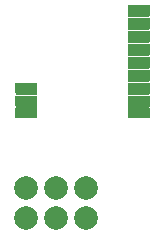
<source format=gbs>
G04 #@! TF.GenerationSoftware,KiCad,Pcbnew,6.0.5-a6ca702e91~116~ubuntu20.04.1*
G04 #@! TF.CreationDate,2022-05-08T17:52:19+03:00*
G04 #@! TF.ProjectId,ict_v361,6963745f-7633-4363-912e-6b696361645f,rev?*
G04 #@! TF.SameCoordinates,Original*
G04 #@! TF.FileFunction,Soldermask,Bot*
G04 #@! TF.FilePolarity,Negative*
%FSLAX46Y46*%
G04 Gerber Fmt 4.6, Leading zero omitted, Abs format (unit mm)*
G04 Created by KiCad (PCBNEW 6.0.5-a6ca702e91~116~ubuntu20.04.1) date 2022-05-08 17:52:19*
%MOMM*%
%LPD*%
G01*
G04 APERTURE LIST*
G04 Aperture macros list*
%AMRoundRect*
0 Rectangle with rounded corners*
0 $1 Rounding radius*
0 $2 $3 $4 $5 $6 $7 $8 $9 X,Y pos of 4 corners*
0 Add a 4 corners polygon primitive as box body*
4,1,4,$2,$3,$4,$5,$6,$7,$8,$9,$2,$3,0*
0 Add four circle primitives for the rounded corners*
1,1,$1+$1,$2,$3*
1,1,$1+$1,$4,$5*
1,1,$1+$1,$6,$7*
1,1,$1+$1,$8,$9*
0 Add four rect primitives between the rounded corners*
20,1,$1+$1,$2,$3,$4,$5,0*
20,1,$1+$1,$4,$5,$6,$7,0*
20,1,$1+$1,$6,$7,$8,$9,0*
20,1,$1+$1,$8,$9,$2,$3,0*%
G04 Aperture macros list end*
%ADD10C,2.006600*%
%ADD11RoundRect,0.063500X-0.900000X-0.350000X0.900000X-0.350000X0.900000X0.350000X-0.900000X0.350000X0*%
%ADD12RoundRect,0.063500X-0.900000X-0.400000X0.900000X-0.400000X0.900000X0.400000X-0.900000X0.400000X0*%
G04 APERTURE END LIST*
D10*
X140621100Y-114843600D03*
X140621100Y-112303600D03*
X143161100Y-114843600D03*
X143161100Y-112303600D03*
X145701100Y-114843600D03*
X145701100Y-112303600D03*
D11*
X150151100Y-106003600D03*
X150151100Y-97303600D03*
D12*
X150151100Y-98353600D03*
X150151100Y-99453600D03*
X150151100Y-100553600D03*
X150151100Y-101653600D03*
X150151100Y-102753600D03*
X150151100Y-103853600D03*
X150151100Y-104953600D03*
D11*
X140651100Y-106003600D03*
D12*
X140651100Y-103853600D03*
X140651100Y-104953600D03*
G36*
X141586464Y-105406076D02*
G01*
X141586003Y-105407490D01*
X141546678Y-105454545D01*
X141538046Y-105523260D01*
X141568010Y-105585890D01*
X141576702Y-105593420D01*
X141577356Y-105595310D01*
X141576046Y-105596822D01*
X141575002Y-105596894D01*
X141550901Y-105592100D01*
X139751299Y-105592100D01*
X139727579Y-105596819D01*
X139718843Y-105602656D01*
X139716847Y-105602787D01*
X139715736Y-105601124D01*
X139716197Y-105599710D01*
X139755522Y-105552655D01*
X139764154Y-105483940D01*
X139734190Y-105421310D01*
X139725498Y-105413780D01*
X139724844Y-105411890D01*
X139726154Y-105410378D01*
X139727198Y-105410306D01*
X139751299Y-105415100D01*
X141550901Y-105415100D01*
X141574621Y-105410381D01*
X141583357Y-105404544D01*
X141585353Y-105404413D01*
X141586464Y-105406076D01*
G37*
G36*
X151086464Y-105406076D02*
G01*
X151086003Y-105407490D01*
X151046678Y-105454545D01*
X151038046Y-105523260D01*
X151068010Y-105585890D01*
X151076702Y-105593420D01*
X151077356Y-105595310D01*
X151076046Y-105596822D01*
X151075002Y-105596894D01*
X151050901Y-105592100D01*
X149251299Y-105592100D01*
X149227579Y-105596819D01*
X149218843Y-105602656D01*
X149216847Y-105602787D01*
X149215736Y-105601124D01*
X149216197Y-105599710D01*
X149255522Y-105552655D01*
X149264154Y-105483940D01*
X149234190Y-105421310D01*
X149225498Y-105413780D01*
X149224844Y-105411890D01*
X149226154Y-105410378D01*
X149227198Y-105410306D01*
X149251299Y-105415100D01*
X151050901Y-105415100D01*
X151074621Y-105410381D01*
X151083357Y-105404544D01*
X151085353Y-105404413D01*
X151086464Y-105406076D01*
G37*
G36*
X141586464Y-104306076D02*
G01*
X141586003Y-104307490D01*
X141546678Y-104354545D01*
X141538046Y-104423260D01*
X141568010Y-104485890D01*
X141576702Y-104493420D01*
X141577356Y-104495310D01*
X141576046Y-104496822D01*
X141575002Y-104496894D01*
X141550901Y-104492100D01*
X139751299Y-104492100D01*
X139727579Y-104496819D01*
X139718843Y-104502656D01*
X139716847Y-104502787D01*
X139715736Y-104501124D01*
X139716197Y-104499710D01*
X139755522Y-104452655D01*
X139764154Y-104383940D01*
X139734190Y-104321310D01*
X139725498Y-104313780D01*
X139724844Y-104311890D01*
X139726154Y-104310378D01*
X139727198Y-104310306D01*
X139751299Y-104315100D01*
X141550901Y-104315100D01*
X141574621Y-104310381D01*
X141583357Y-104304544D01*
X141585353Y-104304413D01*
X141586464Y-104306076D01*
G37*
G36*
X151086464Y-104306076D02*
G01*
X151086003Y-104307490D01*
X151046678Y-104354545D01*
X151038046Y-104423260D01*
X151068010Y-104485890D01*
X151076702Y-104493420D01*
X151077356Y-104495310D01*
X151076046Y-104496822D01*
X151075002Y-104496894D01*
X151050901Y-104492100D01*
X149251299Y-104492100D01*
X149227579Y-104496819D01*
X149218843Y-104502656D01*
X149216847Y-104502787D01*
X149215736Y-104501124D01*
X149216197Y-104499710D01*
X149255522Y-104452655D01*
X149264154Y-104383940D01*
X149234190Y-104321310D01*
X149225498Y-104313780D01*
X149224844Y-104311890D01*
X149226154Y-104310378D01*
X149227198Y-104310306D01*
X149251299Y-104315100D01*
X151050901Y-104315100D01*
X151074621Y-104310381D01*
X151083357Y-104304544D01*
X151085353Y-104304413D01*
X151086464Y-104306076D01*
G37*
G36*
X151086464Y-103206076D02*
G01*
X151086003Y-103207490D01*
X151046678Y-103254545D01*
X151038046Y-103323260D01*
X151068010Y-103385890D01*
X151076702Y-103393420D01*
X151077356Y-103395310D01*
X151076046Y-103396822D01*
X151075002Y-103396894D01*
X151050901Y-103392100D01*
X149251299Y-103392100D01*
X149227579Y-103396819D01*
X149218843Y-103402656D01*
X149216847Y-103402787D01*
X149215736Y-103401124D01*
X149216197Y-103399710D01*
X149255522Y-103352655D01*
X149264154Y-103283940D01*
X149234190Y-103221310D01*
X149225498Y-103213780D01*
X149224844Y-103211890D01*
X149226154Y-103210378D01*
X149227198Y-103210306D01*
X149251299Y-103215100D01*
X151050901Y-103215100D01*
X151074621Y-103210381D01*
X151083357Y-103204544D01*
X151085353Y-103204413D01*
X151086464Y-103206076D01*
G37*
G36*
X151086464Y-102106076D02*
G01*
X151086003Y-102107490D01*
X151046678Y-102154545D01*
X151038046Y-102223260D01*
X151068010Y-102285890D01*
X151076702Y-102293420D01*
X151077356Y-102295310D01*
X151076046Y-102296822D01*
X151075002Y-102296894D01*
X151050901Y-102292100D01*
X149251299Y-102292100D01*
X149227579Y-102296819D01*
X149218843Y-102302656D01*
X149216847Y-102302787D01*
X149215736Y-102301124D01*
X149216197Y-102299710D01*
X149255522Y-102252655D01*
X149264154Y-102183940D01*
X149234190Y-102121310D01*
X149225498Y-102113780D01*
X149224844Y-102111890D01*
X149226154Y-102110378D01*
X149227198Y-102110306D01*
X149251299Y-102115100D01*
X151050901Y-102115100D01*
X151074621Y-102110381D01*
X151083357Y-102104544D01*
X151085353Y-102104413D01*
X151086464Y-102106076D01*
G37*
G36*
X151086464Y-101006076D02*
G01*
X151086003Y-101007490D01*
X151046678Y-101054545D01*
X151038046Y-101123260D01*
X151068010Y-101185890D01*
X151076702Y-101193420D01*
X151077356Y-101195310D01*
X151076046Y-101196822D01*
X151075002Y-101196894D01*
X151050901Y-101192100D01*
X149251299Y-101192100D01*
X149227579Y-101196819D01*
X149218843Y-101202656D01*
X149216847Y-101202787D01*
X149215736Y-101201124D01*
X149216197Y-101199710D01*
X149255522Y-101152655D01*
X149264154Y-101083940D01*
X149234190Y-101021310D01*
X149225498Y-101013780D01*
X149224844Y-101011890D01*
X149226154Y-101010378D01*
X149227198Y-101010306D01*
X149251299Y-101015100D01*
X151050901Y-101015100D01*
X151074621Y-101010381D01*
X151083357Y-101004544D01*
X151085353Y-101004413D01*
X151086464Y-101006076D01*
G37*
G36*
X151086464Y-99906076D02*
G01*
X151086003Y-99907490D01*
X151046678Y-99954545D01*
X151038046Y-100023260D01*
X151068010Y-100085890D01*
X151076702Y-100093420D01*
X151077356Y-100095310D01*
X151076046Y-100096822D01*
X151075002Y-100096894D01*
X151050901Y-100092100D01*
X149251299Y-100092100D01*
X149227579Y-100096819D01*
X149218843Y-100102656D01*
X149216847Y-100102787D01*
X149215736Y-100101124D01*
X149216197Y-100099710D01*
X149255522Y-100052655D01*
X149264154Y-99983940D01*
X149234190Y-99921310D01*
X149225498Y-99913780D01*
X149224844Y-99911890D01*
X149226154Y-99910378D01*
X149227198Y-99910306D01*
X149251299Y-99915100D01*
X151050901Y-99915100D01*
X151074621Y-99910381D01*
X151083357Y-99904544D01*
X151085353Y-99904413D01*
X151086464Y-99906076D01*
G37*
G36*
X151086464Y-98806076D02*
G01*
X151086003Y-98807490D01*
X151046678Y-98854545D01*
X151038046Y-98923260D01*
X151068010Y-98985890D01*
X151076702Y-98993420D01*
X151077356Y-98995310D01*
X151076046Y-98996822D01*
X151075002Y-98996894D01*
X151050901Y-98992100D01*
X149251299Y-98992100D01*
X149227579Y-98996819D01*
X149218843Y-99002656D01*
X149216847Y-99002787D01*
X149215736Y-99001124D01*
X149216197Y-98999710D01*
X149255522Y-98952655D01*
X149264154Y-98883940D01*
X149234190Y-98821310D01*
X149225498Y-98813780D01*
X149224844Y-98811890D01*
X149226154Y-98810378D01*
X149227198Y-98810306D01*
X149251299Y-98815100D01*
X151050901Y-98815100D01*
X151074621Y-98810381D01*
X151083357Y-98804544D01*
X151085353Y-98804413D01*
X151086464Y-98806076D01*
G37*
G36*
X151086464Y-97706076D02*
G01*
X151086003Y-97707490D01*
X151046678Y-97754545D01*
X151038046Y-97823260D01*
X151068010Y-97885890D01*
X151076702Y-97893420D01*
X151077356Y-97895310D01*
X151076046Y-97896822D01*
X151075002Y-97896894D01*
X151050901Y-97892100D01*
X149251299Y-97892100D01*
X149227579Y-97896819D01*
X149218843Y-97902656D01*
X149216847Y-97902787D01*
X149215736Y-97901124D01*
X149216197Y-97899710D01*
X149255522Y-97852655D01*
X149264154Y-97783940D01*
X149234190Y-97721310D01*
X149225498Y-97713780D01*
X149224844Y-97711890D01*
X149226154Y-97710378D01*
X149227198Y-97710306D01*
X149251299Y-97715100D01*
X151050901Y-97715100D01*
X151074621Y-97710381D01*
X151083357Y-97704544D01*
X151085353Y-97704413D01*
X151086464Y-97706076D01*
G37*
M02*

</source>
